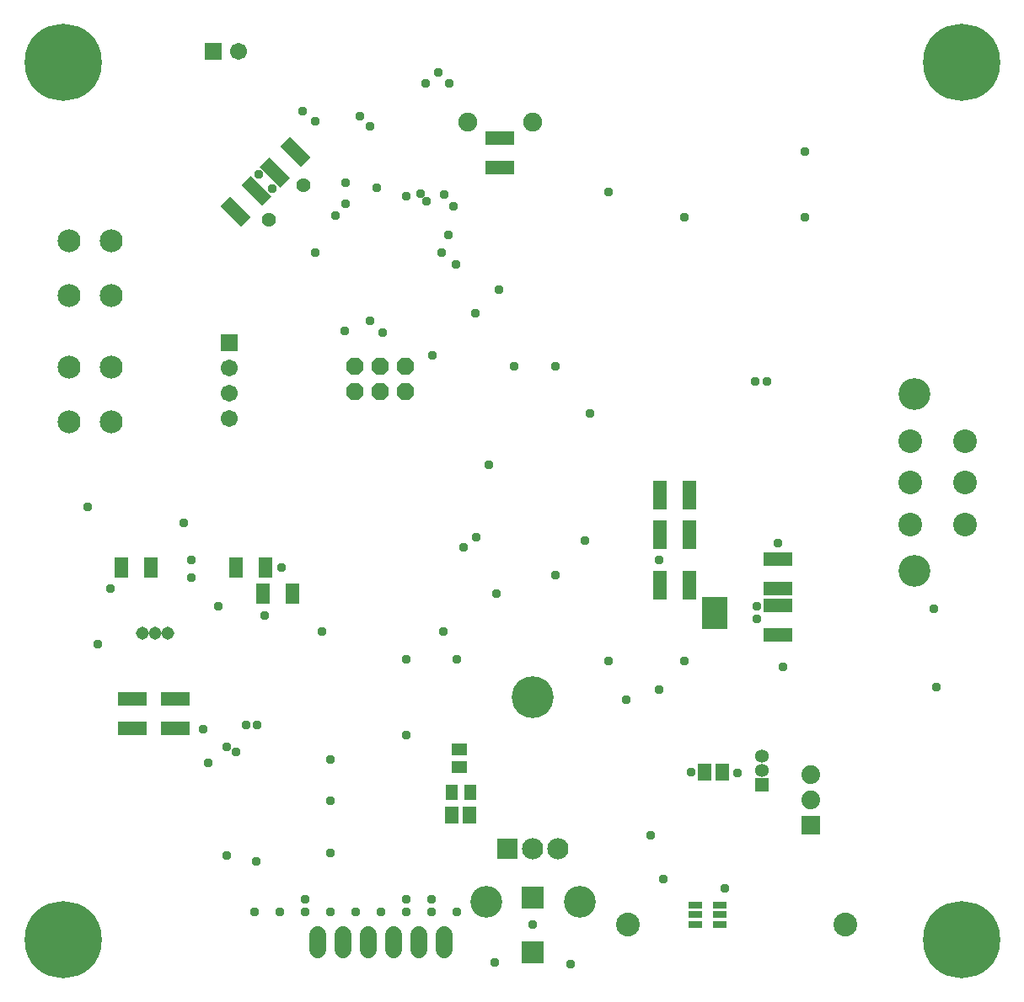
<source format=gbs>
G04 EAGLE Gerber RS-274X export*
G75*
%MOMM*%
%FSLAX34Y34*%
%LPD*%
%INSoldermask Bottom*%
%IPPOS*%
%AMOC8*
5,1,8,0,0,1.08239X$1,22.5*%
G01*
G04 Define Apertures*
%ADD10R,2.540000X3.302000*%
%ADD11R,2.918500X1.367800*%
%ADD12R,1.367800X2.918500*%
%ADD13C,2.387600*%
%ADD14R,1.463700X0.798200*%
%ADD15R,2.303200X2.303200*%
%ADD16C,3.203200*%
%ADD17R,1.623400X1.234400*%
%ADD18C,1.433200*%
%ADD19P,1.8695X8X22.5*%
%ADD20C,1.903200*%
%ADD21C,2.903200*%
%ADD22C,7.753200*%
%ADD23C,1.311200*%
%ADD24R,1.367800X2.018500*%
%ADD25R,2.133600X2.133600*%
%ADD26C,2.133600*%
%ADD27C,4.203200*%
%ADD28R,1.703200X1.703200*%
%ADD29C,1.703200*%
%ADD30C,2.303200*%
%ADD31C,2.378200*%
%ADD32C,1.727200*%
%ADD33R,1.367800X1.668500*%
%ADD34R,1.234400X1.623400*%
%ADD35R,1.361200X1.361200*%
%ADD36C,1.361200*%
%ADD37R,1.879600X1.879600*%
%ADD38C,1.879600*%
%ADD39C,0.959600*%
D10*
X703580Y377190D03*
D11*
X767080Y384324D03*
X767080Y354816D03*
X767080Y401806D03*
X767080Y431314D03*
D12*
X648186Y455930D03*
X677694Y455930D03*
X648186Y405130D03*
X677694Y405130D03*
X648186Y495300D03*
X677694Y495300D03*
D13*
X834270Y63500D03*
X616070Y63500D03*
D14*
X708241Y83160D03*
X708241Y73660D03*
X708241Y64160D03*
X683679Y64160D03*
X683679Y73660D03*
X683679Y83160D03*
D15*
X520700Y36000D03*
X520700Y91000D03*
D16*
X567700Y86400D03*
X473700Y86400D03*
D17*
X447040Y240335D03*
X447040Y221945D03*
D18*
X290303Y807193D03*
X255797Y772687D03*
D12*
G36*
X276501Y814665D02*
X266829Y804993D01*
X246193Y825629D01*
X255865Y835301D01*
X276501Y814665D01*
G37*
G36*
X297367Y835531D02*
X287695Y825859D01*
X267059Y846495D01*
X276731Y856167D01*
X297367Y835531D01*
G37*
G36*
X227689Y807125D02*
X237361Y816797D01*
X257997Y796161D01*
X248325Y786489D01*
X227689Y807125D01*
G37*
G36*
X206823Y786259D02*
X216495Y795931D01*
X237131Y775295D01*
X227459Y765623D01*
X206823Y786259D01*
G37*
D19*
X341630Y599440D03*
X341630Y624840D03*
X367030Y599440D03*
X367030Y624840D03*
X392430Y599440D03*
X392430Y624840D03*
D20*
X455180Y870860D03*
X520180Y870860D03*
D11*
X487680Y824716D03*
X487680Y854224D03*
D21*
X48672Y48672D03*
D22*
X48672Y48672D03*
D21*
X951328Y48672D03*
D22*
X951328Y48672D03*
D21*
X951328Y930628D03*
D22*
X951328Y930628D03*
D21*
X48672Y930628D03*
D22*
X48672Y930628D03*
D11*
X161290Y260836D03*
X161290Y290344D03*
X118110Y260836D03*
X118110Y290344D03*
D23*
X128270Y356870D03*
X153670Y356870D03*
X140970Y356870D03*
D24*
X136674Y422910D03*
X107166Y422910D03*
X222736Y422910D03*
X252244Y422910D03*
D25*
X495300Y139700D03*
D26*
X520700Y139700D03*
X546100Y139700D03*
D27*
X520700Y292100D03*
D28*
X215900Y648970D03*
D29*
X215900Y623570D03*
X215900Y598170D03*
X215900Y572770D03*
D30*
X55200Y696400D03*
X55200Y751400D03*
X97200Y696400D03*
X97200Y751400D03*
X55200Y569400D03*
X55200Y624400D03*
X97200Y569400D03*
X97200Y624400D03*
D31*
X954600Y466000D03*
X899600Y466000D03*
X954600Y508000D03*
X899600Y508000D03*
X954600Y550000D03*
X899600Y550000D03*
D16*
X904200Y419000D03*
X904200Y597000D03*
D32*
X431800Y53340D02*
X431800Y38100D01*
X406400Y38100D02*
X406400Y53340D01*
X381000Y53340D02*
X381000Y38100D01*
X355600Y38100D02*
X355600Y53340D01*
X330200Y53340D02*
X330200Y38100D01*
X304800Y38100D02*
X304800Y53340D01*
D28*
X200000Y941900D03*
D29*
X225400Y941900D03*
D33*
X439556Y173990D03*
X457064Y173990D03*
D34*
X457505Y196850D03*
X439115Y196850D03*
D24*
X249406Y396240D03*
X278914Y396240D03*
D35*
X750570Y203940D03*
D36*
X750570Y218440D03*
X750570Y232940D03*
D37*
X800100Y163830D03*
D38*
X800100Y189230D03*
X800100Y214630D03*
D33*
X693556Y217170D03*
X711064Y217170D03*
D39*
X647700Y430530D03*
X419100Y88900D03*
X393700Y88900D03*
X425450Y920750D03*
X332740Y809715D03*
X292100Y88900D03*
X242570Y127000D03*
X243840Y264160D03*
X543560Y624840D03*
X501650Y624840D03*
X651510Y109220D03*
X679450Y217170D03*
X245110Y817880D03*
X259080Y803910D03*
X673100Y328930D03*
X772160Y322580D03*
X767080Y447040D03*
X322360Y776940D03*
X332740Y788670D03*
X241300Y76200D03*
X266700Y76200D03*
X292100Y76200D03*
X317500Y76200D03*
X342900Y76200D03*
X368300Y76200D03*
X393700Y76200D03*
X419100Y76200D03*
X444500Y76200D03*
X482600Y25400D03*
X520700Y63500D03*
X429260Y739140D03*
X302260Y739140D03*
X356870Y866140D03*
X346710Y876300D03*
X463268Y678180D03*
X793750Y840740D03*
X793750Y774700D03*
X744220Y609600D03*
X755650Y609600D03*
X317500Y187960D03*
X317500Y135890D03*
X317500Y229870D03*
X213360Y133350D03*
X222250Y237490D03*
X170180Y467360D03*
X308610Y358140D03*
X83820Y345440D03*
X430530Y358140D03*
X572770Y449580D03*
X476250Y525780D03*
X577850Y577850D03*
X745490Y370840D03*
X483870Y396240D03*
X420088Y636270D03*
X703580Y377190D03*
X711200Y387350D03*
X695960Y387350D03*
X711200Y367030D03*
X695960Y367030D03*
X638810Y153670D03*
X726440Y215900D03*
X363653Y804747D03*
X73660Y483870D03*
X558800Y24344D03*
X745490Y383540D03*
X204470Y383540D03*
X213360Y242570D03*
X177800Y412750D03*
X444500Y330200D03*
X393700Y330200D03*
X673100Y774700D03*
X596900Y800100D03*
X436880Y909320D03*
X412750Y909320D03*
X450850Y443230D03*
X443230Y727710D03*
X543560Y415290D03*
X435610Y756920D03*
X393700Y254000D03*
X331470Y660400D03*
X407670Y798830D03*
X925830Y302260D03*
X463550Y453390D03*
X647700Y299720D03*
X596900Y328930D03*
X356870Y670560D03*
X414020Y791210D03*
X302260Y871220D03*
X431800Y797560D03*
X440690Y786130D03*
X289560Y881380D03*
X369570Y659130D03*
X923290Y381000D03*
X486410Y702310D03*
X189230Y260350D03*
X194310Y226060D03*
X232410Y264160D03*
X177800Y430530D03*
X267970Y422910D03*
X251460Y374650D03*
X96520Y401320D03*
X614680Y289560D03*
X393700Y796290D03*
X713740Y100330D03*
M02*

</source>
